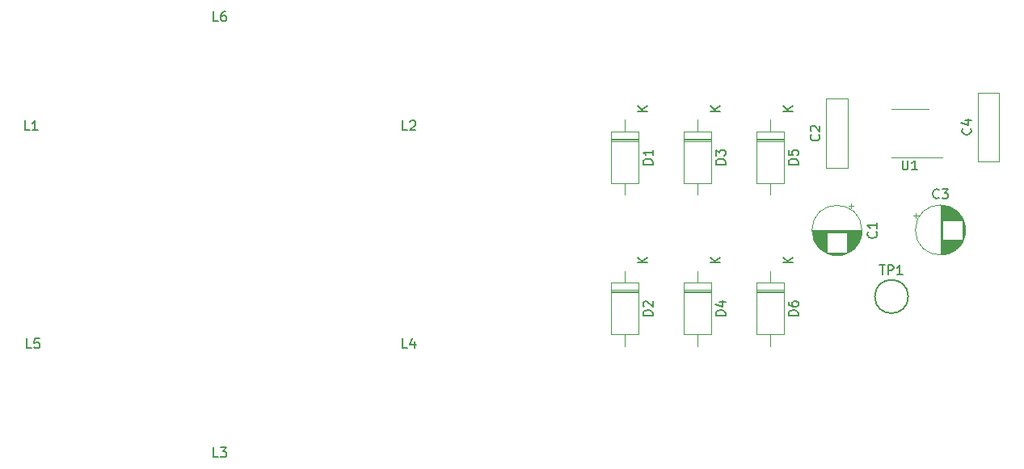
<source format=gbr>
%TF.GenerationSoftware,KiCad,Pcbnew,6.0.6-3a73a75311~116~ubuntu20.04.1*%
%TF.CreationDate,2022-07-28T19:13:06-04:00*%
%TF.ProjectId,pcb_coil_test,7063625f-636f-4696-9c5f-746573742e6b,rev?*%
%TF.SameCoordinates,Original*%
%TF.FileFunction,Legend,Top*%
%TF.FilePolarity,Positive*%
%FSLAX46Y46*%
G04 Gerber Fmt 4.6, Leading zero omitted, Abs format (unit mm)*
G04 Created by KiCad (PCBNEW 6.0.6-3a73a75311~116~ubuntu20.04.1) date 2022-07-28 19:13:06*
%MOMM*%
%LPD*%
G01*
G04 APERTURE LIST*
%ADD10C,0.150000*%
%ADD11C,0.120000*%
G04 APERTURE END LIST*
D10*
%TO.C,TP1*%
X276868095Y-126877380D02*
X277439523Y-126877380D01*
X277153809Y-127877380D02*
X277153809Y-126877380D01*
X277772857Y-127877380D02*
X277772857Y-126877380D01*
X278153809Y-126877380D01*
X278249047Y-126925000D01*
X278296666Y-126972619D01*
X278344285Y-127067857D01*
X278344285Y-127210714D01*
X278296666Y-127305952D01*
X278249047Y-127353571D01*
X278153809Y-127401190D01*
X277772857Y-127401190D01*
X279296666Y-127877380D02*
X278725238Y-127877380D01*
X279010952Y-127877380D02*
X279010952Y-126877380D01*
X278915714Y-127020238D01*
X278820476Y-127115476D01*
X278725238Y-127163095D01*
%TO.C,D6*%
X268352380Y-132183096D02*
X267352380Y-132183096D01*
X267352380Y-131945001D01*
X267400000Y-131802143D01*
X267495238Y-131706905D01*
X267590476Y-131659286D01*
X267780952Y-131611667D01*
X267923809Y-131611667D01*
X268114285Y-131659286D01*
X268209523Y-131706905D01*
X268304761Y-131802143D01*
X268352380Y-131945001D01*
X268352380Y-132183096D01*
X267352380Y-130754524D02*
X267352380Y-130945001D01*
X267400000Y-131040239D01*
X267447619Y-131087858D01*
X267590476Y-131183096D01*
X267780952Y-131230715D01*
X268161904Y-131230715D01*
X268257142Y-131183096D01*
X268304761Y-131135477D01*
X268352380Y-131040239D01*
X268352380Y-130849762D01*
X268304761Y-130754524D01*
X268257142Y-130706905D01*
X268161904Y-130659286D01*
X267923809Y-130659286D01*
X267828571Y-130706905D01*
X267780952Y-130754524D01*
X267733333Y-130849762D01*
X267733333Y-131040239D01*
X267780952Y-131135477D01*
X267828571Y-131183096D01*
X267923809Y-131230715D01*
X267782380Y-126626905D02*
X266782380Y-126626905D01*
X267782380Y-126055477D02*
X267210952Y-126484048D01*
X266782380Y-126055477D02*
X267353809Y-126626905D01*
%TO.C,D5*%
X268352380Y-116308096D02*
X267352380Y-116308096D01*
X267352380Y-116070001D01*
X267400000Y-115927143D01*
X267495238Y-115831905D01*
X267590476Y-115784286D01*
X267780952Y-115736667D01*
X267923809Y-115736667D01*
X268114285Y-115784286D01*
X268209523Y-115831905D01*
X268304761Y-115927143D01*
X268352380Y-116070001D01*
X268352380Y-116308096D01*
X267352380Y-114831905D02*
X267352380Y-115308096D01*
X267828571Y-115355715D01*
X267780952Y-115308096D01*
X267733333Y-115212858D01*
X267733333Y-114974762D01*
X267780952Y-114879524D01*
X267828571Y-114831905D01*
X267923809Y-114784286D01*
X268161904Y-114784286D01*
X268257142Y-114831905D01*
X268304761Y-114879524D01*
X268352380Y-114974762D01*
X268352380Y-115212858D01*
X268304761Y-115308096D01*
X268257142Y-115355715D01*
X267782380Y-110751905D02*
X266782380Y-110751905D01*
X267782380Y-110180477D02*
X267210952Y-110609048D01*
X266782380Y-110180477D02*
X267353809Y-110751905D01*
%TO.C,D4*%
X260732380Y-132183095D02*
X259732380Y-132183095D01*
X259732380Y-131945000D01*
X259780000Y-131802142D01*
X259875238Y-131706904D01*
X259970476Y-131659285D01*
X260160952Y-131611666D01*
X260303809Y-131611666D01*
X260494285Y-131659285D01*
X260589523Y-131706904D01*
X260684761Y-131802142D01*
X260732380Y-131945000D01*
X260732380Y-132183095D01*
X260065714Y-130754523D02*
X260732380Y-130754523D01*
X259684761Y-130992619D02*
X260399047Y-131230714D01*
X260399047Y-130611666D01*
X260162380Y-126626904D02*
X259162380Y-126626904D01*
X260162380Y-126055476D02*
X259590952Y-126484047D01*
X259162380Y-126055476D02*
X259733809Y-126626904D01*
%TO.C,D3*%
X260732380Y-116308096D02*
X259732380Y-116308096D01*
X259732380Y-116070001D01*
X259780000Y-115927143D01*
X259875238Y-115831905D01*
X259970476Y-115784286D01*
X260160952Y-115736667D01*
X260303809Y-115736667D01*
X260494285Y-115784286D01*
X260589523Y-115831905D01*
X260684761Y-115927143D01*
X260732380Y-116070001D01*
X260732380Y-116308096D01*
X259732380Y-115403334D02*
X259732380Y-114784286D01*
X260113333Y-115117620D01*
X260113333Y-114974762D01*
X260160952Y-114879524D01*
X260208571Y-114831905D01*
X260303809Y-114784286D01*
X260541904Y-114784286D01*
X260637142Y-114831905D01*
X260684761Y-114879524D01*
X260732380Y-114974762D01*
X260732380Y-115260477D01*
X260684761Y-115355715D01*
X260637142Y-115403334D01*
X260162380Y-110751905D02*
X259162380Y-110751905D01*
X260162380Y-110180477D02*
X259590952Y-110609048D01*
X259162380Y-110180477D02*
X259733809Y-110751905D01*
%TO.C,D2*%
X253112380Y-132183095D02*
X252112380Y-132183095D01*
X252112380Y-131945000D01*
X252160000Y-131802142D01*
X252255238Y-131706904D01*
X252350476Y-131659285D01*
X252540952Y-131611666D01*
X252683809Y-131611666D01*
X252874285Y-131659285D01*
X252969523Y-131706904D01*
X253064761Y-131802142D01*
X253112380Y-131945000D01*
X253112380Y-132183095D01*
X252207619Y-131230714D02*
X252160000Y-131183095D01*
X252112380Y-131087857D01*
X252112380Y-130849761D01*
X252160000Y-130754523D01*
X252207619Y-130706904D01*
X252302857Y-130659285D01*
X252398095Y-130659285D01*
X252540952Y-130706904D01*
X253112380Y-131278333D01*
X253112380Y-130659285D01*
X252542380Y-126626904D02*
X251542380Y-126626904D01*
X252542380Y-126055476D02*
X251970952Y-126484047D01*
X251542380Y-126055476D02*
X252113809Y-126626904D01*
%TO.C,D1*%
X253112380Y-116308096D02*
X252112380Y-116308096D01*
X252112380Y-116070001D01*
X252160000Y-115927143D01*
X252255238Y-115831905D01*
X252350476Y-115784286D01*
X252540952Y-115736667D01*
X252683809Y-115736667D01*
X252874285Y-115784286D01*
X252969523Y-115831905D01*
X253064761Y-115927143D01*
X253112380Y-116070001D01*
X253112380Y-116308096D01*
X253112380Y-114784286D02*
X253112380Y-115355715D01*
X253112380Y-115070001D02*
X252112380Y-115070001D01*
X252255238Y-115165239D01*
X252350476Y-115260477D01*
X252398095Y-115355715D01*
X252542380Y-110751905D02*
X251542380Y-110751905D01*
X252542380Y-110180477D02*
X251970952Y-110609048D01*
X251542380Y-110180477D02*
X252113809Y-110751905D01*
%TO.C,C4*%
X286397142Y-112561666D02*
X286444761Y-112609285D01*
X286492380Y-112752142D01*
X286492380Y-112847380D01*
X286444761Y-112990238D01*
X286349523Y-113085476D01*
X286254285Y-113133095D01*
X286063809Y-113180714D01*
X285920952Y-113180714D01*
X285730476Y-113133095D01*
X285635238Y-113085476D01*
X285540000Y-112990238D01*
X285492380Y-112847380D01*
X285492380Y-112752142D01*
X285540000Y-112609285D01*
X285587619Y-112561666D01*
X285825714Y-111704523D02*
X286492380Y-111704523D01*
X285444761Y-111942619D02*
X286159047Y-112180714D01*
X286159047Y-111561666D01*
%TO.C,C3*%
X283088221Y-119797142D02*
X283040602Y-119844761D01*
X282897745Y-119892380D01*
X282802507Y-119892380D01*
X282659649Y-119844761D01*
X282564411Y-119749523D01*
X282516792Y-119654285D01*
X282469173Y-119463809D01*
X282469173Y-119320952D01*
X282516792Y-119130476D01*
X282564411Y-119035238D01*
X282659649Y-118940000D01*
X282802507Y-118892380D01*
X282897745Y-118892380D01*
X283040602Y-118940000D01*
X283088221Y-118987619D01*
X283421554Y-118892380D02*
X284040602Y-118892380D01*
X283707268Y-119273333D01*
X283850126Y-119273333D01*
X283945364Y-119320952D01*
X283992983Y-119368571D01*
X284040602Y-119463809D01*
X284040602Y-119701904D01*
X283992983Y-119797142D01*
X283945364Y-119844761D01*
X283850126Y-119892380D01*
X283564411Y-119892380D01*
X283469173Y-119844761D01*
X283421554Y-119797142D01*
%TO.C,C2*%
X270522142Y-113196666D02*
X270569761Y-113244285D01*
X270617380Y-113387142D01*
X270617380Y-113482380D01*
X270569761Y-113625238D01*
X270474523Y-113720476D01*
X270379285Y-113768095D01*
X270188809Y-113815714D01*
X270045952Y-113815714D01*
X269855476Y-113768095D01*
X269760238Y-113720476D01*
X269665000Y-113625238D01*
X269617380Y-113482380D01*
X269617380Y-113387142D01*
X269665000Y-113244285D01*
X269712619Y-113196666D01*
X269712619Y-112815714D02*
X269665000Y-112768095D01*
X269617380Y-112672857D01*
X269617380Y-112434761D01*
X269665000Y-112339523D01*
X269712619Y-112291904D01*
X269807857Y-112244285D01*
X269903095Y-112244285D01*
X270045952Y-112291904D01*
X270617380Y-112863333D01*
X270617380Y-112244285D01*
%TO.C,C1*%
X276522142Y-123401554D02*
X276569761Y-123449173D01*
X276617380Y-123592030D01*
X276617380Y-123687268D01*
X276569761Y-123830126D01*
X276474523Y-123925364D01*
X276379285Y-123972983D01*
X276188809Y-124020602D01*
X276045952Y-124020602D01*
X275855476Y-123972983D01*
X275760238Y-123925364D01*
X275665000Y-123830126D01*
X275617380Y-123687268D01*
X275617380Y-123592030D01*
X275665000Y-123449173D01*
X275712619Y-123401554D01*
X276617380Y-122449173D02*
X276617380Y-123020602D01*
X276617380Y-122734888D02*
X275617380Y-122734888D01*
X275760238Y-122830126D01*
X275855476Y-122925364D01*
X275903095Y-123020602D01*
%TO.C,L2*%
X227417333Y-112728380D02*
X226941142Y-112728380D01*
X226941142Y-111728380D01*
X227703047Y-111823619D02*
X227750666Y-111776000D01*
X227845904Y-111728380D01*
X228084000Y-111728380D01*
X228179238Y-111776000D01*
X228226857Y-111823619D01*
X228274476Y-111918857D01*
X228274476Y-112014095D01*
X228226857Y-112156952D01*
X227655428Y-112728380D01*
X228274476Y-112728380D01*
%TO.C,U1*%
X279273095Y-115882380D02*
X279273095Y-116691904D01*
X279320714Y-116787142D01*
X279368333Y-116834761D01*
X279463571Y-116882380D01*
X279654047Y-116882380D01*
X279749285Y-116834761D01*
X279796904Y-116787142D01*
X279844523Y-116691904D01*
X279844523Y-115882380D01*
X280844523Y-116882380D02*
X280273095Y-116882380D01*
X280558809Y-116882380D02*
X280558809Y-115882380D01*
X280463571Y-116025238D01*
X280368333Y-116120476D01*
X280273095Y-116168095D01*
%TO.C,L6*%
X207605333Y-101298380D02*
X207129142Y-101298380D01*
X207129142Y-100298380D01*
X208367238Y-100298380D02*
X208176761Y-100298380D01*
X208081523Y-100346000D01*
X208033904Y-100393619D01*
X207938666Y-100536476D01*
X207891047Y-100726952D01*
X207891047Y-101107904D01*
X207938666Y-101203142D01*
X207986285Y-101250761D01*
X208081523Y-101298380D01*
X208272000Y-101298380D01*
X208367238Y-101250761D01*
X208414857Y-101203142D01*
X208462476Y-101107904D01*
X208462476Y-100869809D01*
X208414857Y-100774571D01*
X208367238Y-100726952D01*
X208272000Y-100679333D01*
X208081523Y-100679333D01*
X207986285Y-100726952D01*
X207938666Y-100774571D01*
X207891047Y-100869809D01*
%TO.C,L5*%
X188047333Y-135588380D02*
X187571142Y-135588380D01*
X187571142Y-134588380D01*
X188856857Y-134588380D02*
X188380666Y-134588380D01*
X188333047Y-135064571D01*
X188380666Y-135016952D01*
X188475904Y-134969333D01*
X188714000Y-134969333D01*
X188809238Y-135016952D01*
X188856857Y-135064571D01*
X188904476Y-135159809D01*
X188904476Y-135397904D01*
X188856857Y-135493142D01*
X188809238Y-135540761D01*
X188714000Y-135588380D01*
X188475904Y-135588380D01*
X188380666Y-135540761D01*
X188333047Y-135493142D01*
%TO.C,L4*%
X227417333Y-135588380D02*
X226941142Y-135588380D01*
X226941142Y-134588380D01*
X228179238Y-134921714D02*
X228179238Y-135588380D01*
X227941142Y-134540761D02*
X227703047Y-135255047D01*
X228322095Y-135255047D01*
%TO.C,L3*%
X207605333Y-147018380D02*
X207129142Y-147018380D01*
X207129142Y-146018380D01*
X207843428Y-146018380D02*
X208462476Y-146018380D01*
X208129142Y-146399333D01*
X208272000Y-146399333D01*
X208367238Y-146446952D01*
X208414857Y-146494571D01*
X208462476Y-146589809D01*
X208462476Y-146827904D01*
X208414857Y-146923142D01*
X208367238Y-146970761D01*
X208272000Y-147018380D01*
X207986285Y-147018380D01*
X207891047Y-146970761D01*
X207843428Y-146923142D01*
%TO.C,L1*%
X187844133Y-112728380D02*
X187367942Y-112728380D01*
X187367942Y-111728380D01*
X188701276Y-112728380D02*
X188129847Y-112728380D01*
X188415561Y-112728380D02*
X188415561Y-111728380D01*
X188320323Y-111871238D01*
X188225085Y-111966476D01*
X188129847Y-112014095D01*
%TO.C,TP1*%
X279880000Y-130175000D02*
G75*
G03*
X279880000Y-130175000I-1750000J0D01*
G01*
D11*
%TO.C,D6*%
X266900000Y-134165001D02*
X266900000Y-128725001D01*
X266900000Y-129505001D02*
X263960000Y-129505001D01*
X263960000Y-128725001D02*
X263960000Y-134165001D01*
X265430000Y-135385001D02*
X265430000Y-134165001D01*
X263960000Y-134165001D02*
X266900000Y-134165001D01*
X266900000Y-128725001D02*
X263960000Y-128725001D01*
X265430000Y-127505001D02*
X265430000Y-128725001D01*
X266900000Y-129745001D02*
X263960000Y-129745001D01*
X266900000Y-129625001D02*
X263960000Y-129625001D01*
%TO.C,D5*%
X266900000Y-118290001D02*
X266900000Y-112850001D01*
X266900000Y-113630001D02*
X263960000Y-113630001D01*
X263960000Y-112850001D02*
X263960000Y-118290001D01*
X265430000Y-119510001D02*
X265430000Y-118290001D01*
X263960000Y-118290001D02*
X266900000Y-118290001D01*
X266900000Y-112850001D02*
X263960000Y-112850001D01*
X265430000Y-111630001D02*
X265430000Y-112850001D01*
X266900000Y-113870001D02*
X263960000Y-113870001D01*
X266900000Y-113750001D02*
X263960000Y-113750001D01*
%TO.C,D4*%
X259280000Y-134165000D02*
X259280000Y-128725000D01*
X259280000Y-129505000D02*
X256340000Y-129505000D01*
X256340000Y-128725000D02*
X256340000Y-134165000D01*
X257810000Y-135385000D02*
X257810000Y-134165000D01*
X256340000Y-134165000D02*
X259280000Y-134165000D01*
X259280000Y-128725000D02*
X256340000Y-128725000D01*
X257810000Y-127505000D02*
X257810000Y-128725000D01*
X259280000Y-129745000D02*
X256340000Y-129745000D01*
X259280000Y-129625000D02*
X256340000Y-129625000D01*
%TO.C,D3*%
X259280000Y-118290001D02*
X259280000Y-112850001D01*
X259280000Y-113630001D02*
X256340000Y-113630001D01*
X256340000Y-112850001D02*
X256340000Y-118290001D01*
X257810000Y-119510001D02*
X257810000Y-118290001D01*
X256340000Y-118290001D02*
X259280000Y-118290001D01*
X259280000Y-112850001D02*
X256340000Y-112850001D01*
X257810000Y-111630001D02*
X257810000Y-112850001D01*
X259280000Y-113870001D02*
X256340000Y-113870001D01*
X259280000Y-113750001D02*
X256340000Y-113750001D01*
%TO.C,D2*%
X251660000Y-134165000D02*
X251660000Y-128725000D01*
X251660000Y-129505000D02*
X248720000Y-129505000D01*
X248720000Y-128725000D02*
X248720000Y-134165000D01*
X250190000Y-135385000D02*
X250190000Y-134165000D01*
X248720000Y-134165000D02*
X251660000Y-134165000D01*
X251660000Y-128725000D02*
X248720000Y-128725000D01*
X250190000Y-127505000D02*
X250190000Y-128725000D01*
X251660000Y-129745000D02*
X248720000Y-129745000D01*
X251660000Y-129625000D02*
X248720000Y-129625000D01*
%TO.C,D1*%
X251660000Y-113750001D02*
X248720000Y-113750001D01*
X251660000Y-113870001D02*
X248720000Y-113870001D01*
X250190000Y-111630001D02*
X250190000Y-112850001D01*
X251660000Y-112850001D02*
X248720000Y-112850001D01*
X248720000Y-118290001D02*
X251660000Y-118290001D01*
X250190000Y-119510001D02*
X250190000Y-118290001D01*
X248720000Y-112850001D02*
X248720000Y-118290001D01*
X251660000Y-113630001D02*
X248720000Y-113630001D01*
X251660000Y-118290001D02*
X251660000Y-112850001D01*
%TO.C,C4*%
X287170000Y-116015000D02*
X287170000Y-108775000D01*
X287170000Y-116015000D02*
X289410000Y-116015000D01*
X287170000Y-108775000D02*
X289410000Y-108775000D01*
X289410000Y-116015000D02*
X289410000Y-108775000D01*
%TO.C,C3*%
X284335888Y-124230000D02*
X284335888Y-125538000D01*
X285215888Y-121491000D02*
X285215888Y-122150000D01*
X285495888Y-121871000D02*
X285495888Y-122150000D01*
X285455888Y-121807000D02*
X285455888Y-122150000D01*
X283734888Y-124230000D02*
X283734888Y-125726000D01*
X284535888Y-120943000D02*
X284535888Y-122150000D01*
X283254888Y-120610000D02*
X283254888Y-125770000D01*
X284415888Y-124230000D02*
X284415888Y-125500000D01*
X285095888Y-124230000D02*
X285095888Y-125016000D01*
X284695888Y-124230000D02*
X284695888Y-125339000D01*
X283975888Y-124230000D02*
X283975888Y-125670000D01*
X284735888Y-124230000D02*
X284735888Y-125312000D01*
X285415888Y-121747000D02*
X285415888Y-122150000D01*
X283334888Y-120611000D02*
X283334888Y-125769000D01*
X284855888Y-121155000D02*
X284855888Y-122150000D01*
X285815888Y-122672000D02*
X285815888Y-123708000D01*
X284055888Y-120735000D02*
X284055888Y-122150000D01*
X284575888Y-120966000D02*
X284575888Y-122150000D01*
X284375888Y-124230000D02*
X284375888Y-125519000D01*
X285175888Y-124230000D02*
X285175888Y-124933000D01*
X284895888Y-124230000D02*
X284895888Y-125194000D01*
X285495888Y-124230000D02*
X285495888Y-124509000D01*
X285535888Y-124230000D02*
X285535888Y-124441000D01*
X285055888Y-124230000D02*
X285055888Y-125054000D01*
X283814888Y-124230000D02*
X283814888Y-125710000D01*
X283734888Y-120654000D02*
X283734888Y-122150000D01*
X283975888Y-120710000D02*
X283975888Y-122150000D01*
X284175888Y-120776000D02*
X284175888Y-122150000D01*
X283934888Y-124230000D02*
X283934888Y-125681000D01*
X285775888Y-122513000D02*
X285775888Y-123867000D01*
X284655888Y-121015000D02*
X284655888Y-122150000D01*
X284015888Y-124230000D02*
X284015888Y-125658000D01*
X285135888Y-121405000D02*
X285135888Y-122150000D01*
X285415888Y-124230000D02*
X285415888Y-124633000D01*
X284975888Y-121253000D02*
X284975888Y-122150000D01*
X284695888Y-121041000D02*
X284695888Y-122150000D01*
X284375888Y-120861000D02*
X284375888Y-122150000D01*
X283614888Y-124230000D02*
X283614888Y-125746000D01*
X285455888Y-124230000D02*
X285455888Y-124573000D01*
X283854888Y-120679000D02*
X283854888Y-122150000D01*
X285615888Y-122092000D02*
X285615888Y-124288000D01*
X285175888Y-121447000D02*
X285175888Y-122150000D01*
X283494888Y-124230000D02*
X283494888Y-125759000D01*
X283774888Y-124230000D02*
X283774888Y-125718000D01*
X283694888Y-120647000D02*
X283694888Y-122150000D01*
X283414888Y-120614000D02*
X283414888Y-125766000D01*
X284775888Y-121095000D02*
X284775888Y-122150000D01*
X284495888Y-124230000D02*
X284495888Y-125458000D01*
X284255888Y-120808000D02*
X284255888Y-122150000D01*
X283894888Y-124230000D02*
X283894888Y-125691000D01*
X283774888Y-120662000D02*
X283774888Y-122150000D01*
X283294888Y-120610000D02*
X283294888Y-125770000D01*
X284295888Y-120825000D02*
X284295888Y-122150000D01*
X285255888Y-124230000D02*
X285255888Y-124843000D01*
X283894888Y-120689000D02*
X283894888Y-122150000D01*
X283574888Y-120629000D02*
X283574888Y-122150000D01*
X284615888Y-120990000D02*
X284615888Y-122150000D01*
X284855888Y-124230000D02*
X284855888Y-125225000D01*
X285095888Y-121364000D02*
X285095888Y-122150000D01*
X283654888Y-124230000D02*
X283654888Y-125740000D01*
X284095888Y-120748000D02*
X284095888Y-122150000D01*
X283814888Y-120670000D02*
X283814888Y-122150000D01*
X283654888Y-120640000D02*
X283654888Y-122150000D01*
X284655888Y-124230000D02*
X284655888Y-125365000D01*
X284215888Y-124230000D02*
X284215888Y-125588000D01*
X283374888Y-120612000D02*
X283374888Y-125768000D01*
X283454888Y-120617000D02*
X283454888Y-125763000D01*
X283494888Y-120621000D02*
X283494888Y-122150000D01*
X283854888Y-124230000D02*
X283854888Y-125701000D01*
X285135888Y-124230000D02*
X285135888Y-124975000D01*
X284455888Y-120900000D02*
X284455888Y-122150000D01*
X284815888Y-121125000D02*
X284815888Y-122150000D01*
X284295888Y-124230000D02*
X284295888Y-125555000D01*
X285255888Y-121537000D02*
X285255888Y-122150000D01*
X283614888Y-120634000D02*
X283614888Y-122150000D01*
X284975888Y-124230000D02*
X284975888Y-125127000D01*
X284095888Y-124230000D02*
X284095888Y-125632000D01*
X284815888Y-124230000D02*
X284815888Y-125255000D01*
X284535888Y-124230000D02*
X284535888Y-125437000D01*
X285015888Y-124230000D02*
X285015888Y-125091000D01*
X284055888Y-124230000D02*
X284055888Y-125645000D01*
X284575888Y-124230000D02*
X284575888Y-125414000D01*
X284215888Y-120792000D02*
X284215888Y-122150000D01*
X280450113Y-121715000D02*
X280950113Y-121715000D01*
X285295888Y-124230000D02*
X285295888Y-124795000D01*
X285735888Y-122385000D02*
X285735888Y-123995000D01*
X285535888Y-121939000D02*
X285535888Y-122150000D01*
X284135888Y-124230000D02*
X284135888Y-125618000D01*
X283534888Y-124230000D02*
X283534888Y-125755000D01*
X285855888Y-122906000D02*
X285855888Y-123474000D01*
X284135888Y-120762000D02*
X284135888Y-122150000D01*
X285655888Y-122179000D02*
X285655888Y-124201000D01*
X284255888Y-124230000D02*
X284255888Y-125572000D01*
X284895888Y-121186000D02*
X284895888Y-122150000D01*
X285375888Y-121690000D02*
X285375888Y-122150000D01*
X285575888Y-122012000D02*
X285575888Y-124368000D01*
X284735888Y-121068000D02*
X284735888Y-122150000D01*
X284615888Y-124230000D02*
X284615888Y-125390000D01*
X284175888Y-124230000D02*
X284175888Y-125604000D01*
X280700113Y-121465000D02*
X280700113Y-121965000D01*
X284335888Y-120842000D02*
X284335888Y-122150000D01*
X284935888Y-121219000D02*
X284935888Y-122150000D01*
X283934888Y-120699000D02*
X283934888Y-122150000D01*
X284775888Y-124230000D02*
X284775888Y-125285000D01*
X283574888Y-124230000D02*
X283574888Y-125751000D01*
X284455888Y-124230000D02*
X284455888Y-125480000D01*
X284495888Y-120922000D02*
X284495888Y-122150000D01*
X285335888Y-121636000D02*
X285335888Y-122150000D01*
X284415888Y-120880000D02*
X284415888Y-122150000D01*
X285335888Y-124230000D02*
X285335888Y-124744000D01*
X285695888Y-122275000D02*
X285695888Y-124105000D01*
X284935888Y-124230000D02*
X284935888Y-125161000D01*
X283534888Y-120625000D02*
X283534888Y-122150000D01*
X285375888Y-124230000D02*
X285375888Y-124690000D01*
X285015888Y-121289000D02*
X285015888Y-122150000D01*
X283694888Y-124230000D02*
X283694888Y-125733000D01*
X285295888Y-121585000D02*
X285295888Y-122150000D01*
X284015888Y-120722000D02*
X284015888Y-122150000D01*
X285215888Y-124230000D02*
X285215888Y-124889000D01*
X285055888Y-121326000D02*
X285055888Y-122150000D01*
X285874888Y-123190000D02*
G75*
G03*
X285874888Y-123190000I-2620000J0D01*
G01*
%TO.C,C2*%
X271295000Y-116650000D02*
X271295000Y-109410000D01*
X271295000Y-116650000D02*
X273535000Y-116650000D01*
X271295000Y-109410000D02*
X273535000Y-109410000D01*
X273535000Y-116650000D02*
X273535000Y-109410000D01*
%TO.C,C1*%
X271375000Y-124315888D02*
X270067000Y-124315888D01*
X274114000Y-125195888D02*
X273455000Y-125195888D01*
X273734000Y-125475888D02*
X273455000Y-125475888D01*
X273798000Y-125435888D02*
X273455000Y-125435888D01*
X271375000Y-123714888D02*
X269879000Y-123714888D01*
X274662000Y-124515888D02*
X273455000Y-124515888D01*
X274995000Y-123234888D02*
X269835000Y-123234888D01*
X271375000Y-124395888D02*
X270105000Y-124395888D01*
X271375000Y-125075888D02*
X270589000Y-125075888D01*
X271375000Y-124675888D02*
X270266000Y-124675888D01*
X271375000Y-123955888D02*
X269935000Y-123955888D01*
X271375000Y-124715888D02*
X270293000Y-124715888D01*
X273858000Y-125395888D02*
X273455000Y-125395888D01*
X274994000Y-123314888D02*
X269836000Y-123314888D01*
X274450000Y-124835888D02*
X273455000Y-124835888D01*
X272933000Y-125795888D02*
X271897000Y-125795888D01*
X274870000Y-124035888D02*
X273455000Y-124035888D01*
X274639000Y-124555888D02*
X273455000Y-124555888D01*
X271375000Y-124355888D02*
X270086000Y-124355888D01*
X271375000Y-125155888D02*
X270672000Y-125155888D01*
X271375000Y-124875888D02*
X270411000Y-124875888D01*
X271375000Y-125475888D02*
X271096000Y-125475888D01*
X271375000Y-125515888D02*
X271164000Y-125515888D01*
X271375000Y-125035888D02*
X270551000Y-125035888D01*
X271375000Y-123794888D02*
X269895000Y-123794888D01*
X274951000Y-123714888D02*
X273455000Y-123714888D01*
X274895000Y-123955888D02*
X273455000Y-123955888D01*
X274829000Y-124155888D02*
X273455000Y-124155888D01*
X271375000Y-123914888D02*
X269924000Y-123914888D01*
X273092000Y-125755888D02*
X271738000Y-125755888D01*
X274590000Y-124635888D02*
X273455000Y-124635888D01*
X271375000Y-123995888D02*
X269947000Y-123995888D01*
X274200000Y-125115888D02*
X273455000Y-125115888D01*
X271375000Y-125395888D02*
X270972000Y-125395888D01*
X274352000Y-124955888D02*
X273455000Y-124955888D01*
X274564000Y-124675888D02*
X273455000Y-124675888D01*
X274744000Y-124355888D02*
X273455000Y-124355888D01*
X271375000Y-123594888D02*
X269859000Y-123594888D01*
X271375000Y-125435888D02*
X271032000Y-125435888D01*
X274926000Y-123834888D02*
X273455000Y-123834888D01*
X273513000Y-125595888D02*
X271317000Y-125595888D01*
X274158000Y-125155888D02*
X273455000Y-125155888D01*
X271375000Y-123474888D02*
X269846000Y-123474888D01*
X271375000Y-123754888D02*
X269887000Y-123754888D01*
X274958000Y-123674888D02*
X273455000Y-123674888D01*
X274991000Y-123394888D02*
X269839000Y-123394888D01*
X274510000Y-124755888D02*
X273455000Y-124755888D01*
X271375000Y-124475888D02*
X270147000Y-124475888D01*
X274797000Y-124235888D02*
X273455000Y-124235888D01*
X271375000Y-123874888D02*
X269914000Y-123874888D01*
X274943000Y-123754888D02*
X273455000Y-123754888D01*
X274995000Y-123274888D02*
X269835000Y-123274888D01*
X274780000Y-124275888D02*
X273455000Y-124275888D01*
X271375000Y-125235888D02*
X270762000Y-125235888D01*
X274916000Y-123874888D02*
X273455000Y-123874888D01*
X274976000Y-123554888D02*
X273455000Y-123554888D01*
X274615000Y-124595888D02*
X273455000Y-124595888D01*
X271375000Y-124835888D02*
X270380000Y-124835888D01*
X274241000Y-125075888D02*
X273455000Y-125075888D01*
X271375000Y-123634888D02*
X269865000Y-123634888D01*
X274857000Y-124075888D02*
X273455000Y-124075888D01*
X274935000Y-123794888D02*
X273455000Y-123794888D01*
X274965000Y-123634888D02*
X273455000Y-123634888D01*
X271375000Y-124635888D02*
X270240000Y-124635888D01*
X271375000Y-124195888D02*
X270017000Y-124195888D01*
X274993000Y-123354888D02*
X269837000Y-123354888D01*
X274988000Y-123434888D02*
X269842000Y-123434888D01*
X274984000Y-123474888D02*
X273455000Y-123474888D01*
X271375000Y-123834888D02*
X269904000Y-123834888D01*
X271375000Y-125115888D02*
X270630000Y-125115888D01*
X274705000Y-124435888D02*
X273455000Y-124435888D01*
X274480000Y-124795888D02*
X273455000Y-124795888D01*
X271375000Y-124275888D02*
X270050000Y-124275888D01*
X274068000Y-125235888D02*
X273455000Y-125235888D01*
X274971000Y-123594888D02*
X273455000Y-123594888D01*
X271375000Y-124955888D02*
X270478000Y-124955888D01*
X271375000Y-124075888D02*
X269973000Y-124075888D01*
X271375000Y-124795888D02*
X270350000Y-124795888D01*
X271375000Y-124515888D02*
X270168000Y-124515888D01*
X271375000Y-124995888D02*
X270514000Y-124995888D01*
X271375000Y-124035888D02*
X269960000Y-124035888D01*
X271375000Y-124555888D02*
X270191000Y-124555888D01*
X274813000Y-124195888D02*
X273455000Y-124195888D01*
X273890000Y-120430113D02*
X273890000Y-120930113D01*
X271375000Y-125275888D02*
X270810000Y-125275888D01*
X273220000Y-125715888D02*
X271610000Y-125715888D01*
X273666000Y-125515888D02*
X273455000Y-125515888D01*
X271375000Y-124115888D02*
X269987000Y-124115888D01*
X271375000Y-123514888D02*
X269850000Y-123514888D01*
X272699000Y-125835888D02*
X272131000Y-125835888D01*
X274843000Y-124115888D02*
X273455000Y-124115888D01*
X273426000Y-125635888D02*
X271404000Y-125635888D01*
X271375000Y-124235888D02*
X270033000Y-124235888D01*
X274419000Y-124875888D02*
X273455000Y-124875888D01*
X273915000Y-125355888D02*
X273455000Y-125355888D01*
X273593000Y-125555888D02*
X271237000Y-125555888D01*
X274537000Y-124715888D02*
X273455000Y-124715888D01*
X271375000Y-124595888D02*
X270215000Y-124595888D01*
X271375000Y-124155888D02*
X270001000Y-124155888D01*
X274140000Y-120680113D02*
X273640000Y-120680113D01*
X274763000Y-124315888D02*
X273455000Y-124315888D01*
X274386000Y-124915888D02*
X273455000Y-124915888D01*
X274906000Y-123914888D02*
X273455000Y-123914888D01*
X271375000Y-124755888D02*
X270320000Y-124755888D01*
X271375000Y-123554888D02*
X269854000Y-123554888D01*
X271375000Y-124435888D02*
X270125000Y-124435888D01*
X274683000Y-124475888D02*
X273455000Y-124475888D01*
X273969000Y-125315888D02*
X273455000Y-125315888D01*
X274725000Y-124395888D02*
X273455000Y-124395888D01*
X271375000Y-125315888D02*
X270861000Y-125315888D01*
X273330000Y-125675888D02*
X271500000Y-125675888D01*
X271375000Y-124915888D02*
X270444000Y-124915888D01*
X274980000Y-123514888D02*
X273455000Y-123514888D01*
X271375000Y-125355888D02*
X270915000Y-125355888D01*
X274316000Y-124995888D02*
X273455000Y-124995888D01*
X271375000Y-123674888D02*
X269872000Y-123674888D01*
X274020000Y-125275888D02*
X273455000Y-125275888D01*
X274883000Y-123995888D02*
X273455000Y-123995888D01*
X271375000Y-125195888D02*
X270716000Y-125195888D01*
X274279000Y-125035888D02*
X273455000Y-125035888D01*
X275035000Y-123234888D02*
G75*
G03*
X275035000Y-123234888I-2620000J0D01*
G01*
%TO.C,U1*%
X280035000Y-115590000D02*
X278085000Y-115590000D01*
X280035000Y-110470000D02*
X278085000Y-110470000D01*
X280035000Y-115590000D02*
X283485000Y-115590000D01*
X280035000Y-110470000D02*
X281985000Y-110470000D01*
%TD*%
M02*

</source>
